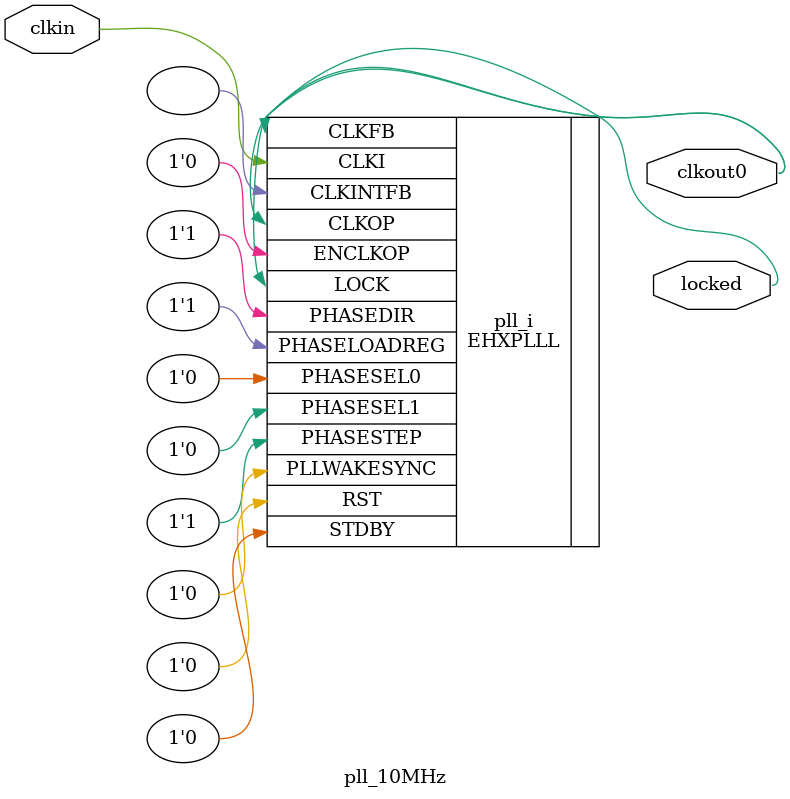
<source format=sv>
module pll_10MHz (
    input  clkin,    // 25 MHz, 0 deg
    output clkout0,  // 10 MHz, 0 deg
    output locked
);
    (* FREQUENCY_PIN_CLKI="25" *)
(* FREQUENCY_PIN_CLKOP="10" *)
(* ICP_CURRENT="12" *) (* LPF_RESISTOR="8" *) (* MFG_ENABLE_FILTEROPAMP="1" *) (* MFG_GMCREF_SEL="2" *)
    EHXPLLL #(
        .PLLRST_ENA("DISABLED"),
        .INTFB_WAKE("DISABLED"),
        .STDBY_ENABLE("DISABLED"),
        .DPHASE_SOURCE("DISABLED"),
        .OUTDIVIDER_MUXA("DIVA"),
        .OUTDIVIDER_MUXB("DIVB"),
        .OUTDIVIDER_MUXC("DIVC"),
        .OUTDIVIDER_MUXD("DIVD"),
        .CLKI_DIV(5),
        .CLKOP_ENABLE("ENABLED"),
        .CLKOP_DIV(60),
        .CLKOP_CPHASE(30),
        .CLKOP_FPHASE(0),
        .FEEDBK_PATH("CLKOP"),
        .CLKFB_DIV(2)
    ) pll_i (
        .RST(1'b0),
        .STDBY(1'b0),
        .CLKI(clkin),
        .CLKOP(clkout0),
        .CLKFB(clkout0),
        .CLKINTFB(),
        .PHASESEL0(1'b0),
        .PHASESEL1(1'b0),
        .PHASEDIR(1'b1),
        .PHASESTEP(1'b1),
        .PHASELOADREG(1'b1),
        .PLLWAKESYNC(1'b0),
        .ENCLKOP(1'b0),
        .LOCK(locked)
    );
endmodule

</source>
